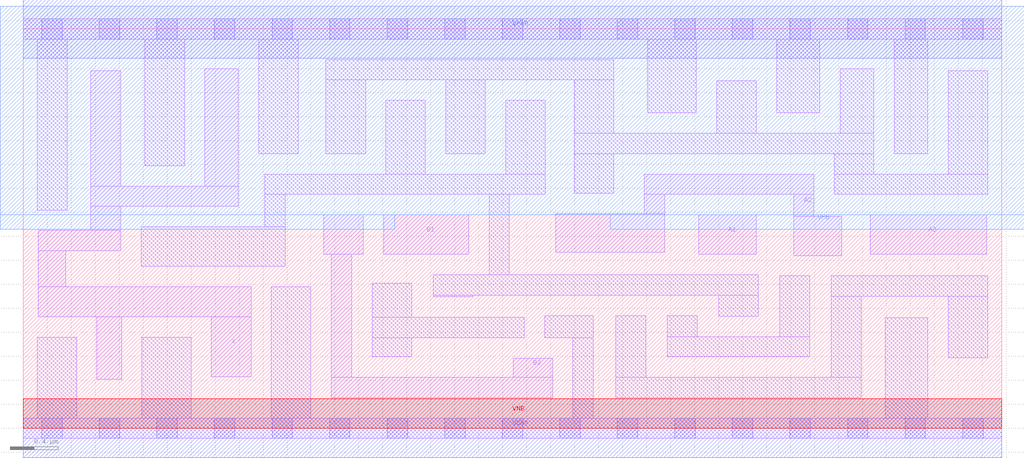
<source format=lef>
# Copyright 2020 The SkyWater PDK Authors
#
# Licensed under the Apache License, Version 2.0 (the "License");
# you may not use this file except in compliance with the License.
# You may obtain a copy of the License at
#
#     https://www.apache.org/licenses/LICENSE-2.0
#
# Unless required by applicable law or agreed to in writing, software
# distributed under the License is distributed on an "AS IS" BASIS,
# WITHOUT WARRANTIES OR CONDITIONS OF ANY KIND, either express or implied.
# See the License for the specific language governing permissions and
# limitations under the License.
#
# SPDX-License-Identifier: Apache-2.0

VERSION 5.7 ;
  NOWIREEXTENSIONATPIN ON ;
  DIVIDERCHAR "/" ;
  BUSBITCHARS "[]" ;
MACRO sky130_fd_sc_hs__a32o_4
  CLASS CORE ;
  FOREIGN sky130_fd_sc_hs__a32o_4 ;
  ORIGIN  0.000000  0.000000 ;
  SIZE  8.160000 BY  3.330000 ;
  SYMMETRY X Y ;
  SITE unit ;
  PIN A1
    ANTENNAGATEAREA  0.492000 ;
    DIRECTION INPUT ;
    USE SIGNAL ;
    PORT
      LAYER li1 ;
        RECT 5.635000 1.450000 6.115000 1.780000 ;
    END
  END A1
  PIN A2
    ANTENNAGATEAREA  0.492000 ;
    DIRECTION INPUT ;
    USE SIGNAL ;
    PORT
      LAYER li1 ;
        RECT 4.440000 1.470000 5.350000 1.790000 ;
        RECT 5.180000 1.790000 5.350000 1.950000 ;
        RECT 5.180000 1.950000 6.595000 2.120000 ;
        RECT 6.425000 1.440000 6.825000 1.770000 ;
        RECT 6.425000 1.770000 6.595000 1.950000 ;
    END
  END A2
  PIN A3
    ANTENNAGATEAREA  0.492000 ;
    DIRECTION INPUT ;
    USE SIGNAL ;
    PORT
      LAYER li1 ;
        RECT 7.065000 1.450000 8.035000 1.780000 ;
    END
  END A3
  PIN B1
    ANTENNAGATEAREA  0.492000 ;
    DIRECTION INPUT ;
    USE SIGNAL ;
    PORT
      LAYER li1 ;
        RECT 3.005000 1.450000 3.715000 1.780000 ;
    END
  END B1
  PIN B2
    ANTENNAGATEAREA  0.492000 ;
    DIRECTION INPUT ;
    USE SIGNAL ;
    PORT
      LAYER li1 ;
        RECT 2.505000 1.450000 2.835000 1.780000 ;
        RECT 2.570000 0.255000 4.415000 0.425000 ;
        RECT 2.570000 0.425000 2.740000 1.450000 ;
        RECT 4.085000 0.425000 4.415000 0.585000 ;
    END
  END B2
  PIN X
    ANTENNADIFFAREA  1.097500 ;
    DIRECTION OUTPUT ;
    USE SIGNAL ;
    PORT
      LAYER li1 ;
        RECT 0.125000 0.930000 1.900000 1.180000 ;
        RECT 0.125000 1.180000 0.355000 1.480000 ;
        RECT 0.125000 1.480000 0.815000 1.650000 ;
        RECT 0.565000 1.650000 0.815000 1.850000 ;
        RECT 0.565000 1.850000 1.795000 2.020000 ;
        RECT 0.565000 2.020000 0.815000 2.980000 ;
        RECT 0.615000 0.410000 0.820000 0.930000 ;
        RECT 1.515000 2.020000 1.795000 3.000000 ;
        RECT 1.570000 0.430000 1.900000 0.930000 ;
    END
  END X
  PIN VGND
    DIRECTION INOUT ;
    USE GROUND ;
    PORT
      LAYER met1 ;
        RECT 0.000000 -0.245000 8.160000 0.245000 ;
    END
  END VGND
  PIN VNB
    DIRECTION INOUT ;
    USE GROUND ;
    PORT
      LAYER pwell ;
        RECT 0.000000 0.000000 8.160000 0.245000 ;
    END
  END VNB
  PIN VPB
    DIRECTION INOUT ;
    USE POWER ;
    PORT
      LAYER nwell ;
        RECT -0.190000 1.660000 3.100000 1.780000 ;
        RECT -0.190000 1.780000 8.350000 3.520000 ;
        RECT  4.895000 1.660000 8.350000 1.780000 ;
    END
  END VPB
  PIN VPWR
    DIRECTION INOUT ;
    USE POWER ;
    PORT
      LAYER met1 ;
        RECT 0.000000 3.085000 8.160000 3.575000 ;
    END
  END VPWR
  OBS
    LAYER li1 ;
      RECT 0.000000 -0.085000 8.160000 0.085000 ;
      RECT 0.000000  3.245000 8.160000 3.415000 ;
      RECT 0.115000  0.085000 0.445000 0.760000 ;
      RECT 0.115000  1.820000 0.365000 3.245000 ;
      RECT 0.985000  1.350000 2.185000 1.680000 ;
      RECT 0.990000  0.085000 1.400000 0.760000 ;
      RECT 1.015000  2.190000 1.345000 3.245000 ;
      RECT 1.965000  2.290000 2.295000 3.245000 ;
      RECT 2.015000  1.680000 2.185000 1.950000 ;
      RECT 2.015000  1.950000 4.355000 2.120000 ;
      RECT 2.070000  0.085000 2.400000 1.180000 ;
      RECT 2.525000  2.290000 2.855000 2.905000 ;
      RECT 2.525000  2.905000 4.925000 3.075000 ;
      RECT 2.910000  0.595000 3.240000 0.755000 ;
      RECT 2.910000  0.755000 4.180000 0.925000 ;
      RECT 2.910000  0.925000 3.240000 1.210000 ;
      RECT 3.025000  2.120000 3.355000 2.735000 ;
      RECT 3.420000  1.095000 3.750000 1.110000 ;
      RECT 3.420000  1.110000 6.130000 1.280000 ;
      RECT 3.525000  2.290000 3.855000 2.905000 ;
      RECT 3.885000  1.280000 4.055000 1.950000 ;
      RECT 4.025000  2.120000 4.355000 2.735000 ;
      RECT 4.350000  0.755000 4.755000 0.940000 ;
      RECT 4.585000  0.085000 4.755000 0.755000 ;
      RECT 4.595000  1.960000 4.925000 2.290000 ;
      RECT 4.595000  2.290000 7.095000 2.460000 ;
      RECT 4.595000  2.460000 4.925000 2.905000 ;
      RECT 4.940000  0.255000 6.990000 0.425000 ;
      RECT 4.940000  0.425000 5.190000 0.940000 ;
      RECT 5.210000  2.630000 5.615000 3.245000 ;
      RECT 5.370000  0.595000 6.560000 0.765000 ;
      RECT 5.370000  0.765000 5.620000 0.940000 ;
      RECT 5.785000  2.460000 6.115000 2.900000 ;
      RECT 5.800000  0.935000 6.130000 1.110000 ;
      RECT 6.285000  2.630000 6.645000 3.245000 ;
      RECT 6.310000  0.765000 6.560000 1.270000 ;
      RECT 6.740000  0.425000 6.990000 1.100000 ;
      RECT 6.740000  1.100000 8.045000 1.270000 ;
      RECT 6.765000  1.950000 8.045000 2.120000 ;
      RECT 6.765000  2.120000 7.095000 2.290000 ;
      RECT 6.815000  2.460000 7.095000 3.000000 ;
      RECT 7.190000  0.085000 7.545000 0.920000 ;
      RECT 7.265000  2.290000 7.545000 3.245000 ;
      RECT 7.715000  0.590000 8.045000 1.100000 ;
      RECT 7.715000  2.120000 8.045000 2.980000 ;
    LAYER mcon ;
      RECT 0.155000 -0.085000 0.325000 0.085000 ;
      RECT 0.155000  3.245000 0.325000 3.415000 ;
      RECT 0.635000 -0.085000 0.805000 0.085000 ;
      RECT 0.635000  3.245000 0.805000 3.415000 ;
      RECT 1.115000 -0.085000 1.285000 0.085000 ;
      RECT 1.115000  3.245000 1.285000 3.415000 ;
      RECT 1.595000 -0.085000 1.765000 0.085000 ;
      RECT 1.595000  3.245000 1.765000 3.415000 ;
      RECT 2.075000 -0.085000 2.245000 0.085000 ;
      RECT 2.075000  3.245000 2.245000 3.415000 ;
      RECT 2.555000 -0.085000 2.725000 0.085000 ;
      RECT 2.555000  3.245000 2.725000 3.415000 ;
      RECT 3.035000 -0.085000 3.205000 0.085000 ;
      RECT 3.035000  3.245000 3.205000 3.415000 ;
      RECT 3.515000 -0.085000 3.685000 0.085000 ;
      RECT 3.515000  3.245000 3.685000 3.415000 ;
      RECT 3.995000 -0.085000 4.165000 0.085000 ;
      RECT 3.995000  3.245000 4.165000 3.415000 ;
      RECT 4.475000 -0.085000 4.645000 0.085000 ;
      RECT 4.475000  3.245000 4.645000 3.415000 ;
      RECT 4.955000 -0.085000 5.125000 0.085000 ;
      RECT 4.955000  3.245000 5.125000 3.415000 ;
      RECT 5.435000 -0.085000 5.605000 0.085000 ;
      RECT 5.435000  3.245000 5.605000 3.415000 ;
      RECT 5.915000 -0.085000 6.085000 0.085000 ;
      RECT 5.915000  3.245000 6.085000 3.415000 ;
      RECT 6.395000 -0.085000 6.565000 0.085000 ;
      RECT 6.395000  3.245000 6.565000 3.415000 ;
      RECT 6.875000 -0.085000 7.045000 0.085000 ;
      RECT 6.875000  3.245000 7.045000 3.415000 ;
      RECT 7.355000 -0.085000 7.525000 0.085000 ;
      RECT 7.355000  3.245000 7.525000 3.415000 ;
      RECT 7.835000 -0.085000 8.005000 0.085000 ;
      RECT 7.835000  3.245000 8.005000 3.415000 ;
  END
END sky130_fd_sc_hs__a32o_4
END LIBRARY

</source>
